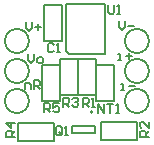
<source format=gto>
G04*
G04 #@! TF.GenerationSoftware,Altium Limited,Altium Designer,20.2.6 (244)*
G04*
G04 Layer_Color=65535*
%FSLAX25Y25*%
%MOIN*%
G70*
G04*
G04 #@! TF.SameCoordinates,57C3D2B1-0C05-4810-AB6C-AC3BEF56B978*
G04*
G04*
G04 #@! TF.FilePolarity,Positive*
G04*
G01*
G75*
%ADD10C,0.00800*%
%ADD11C,0.00500*%
%ADD12C,0.00600*%
D10*
X697760Y867326D02*
G03*
X697760Y867326I-4000J0D01*
G01*
X719013Y853688D02*
G03*
X719013Y853688I-300J0D01*
G01*
X737760Y877326D02*
G03*
X737760Y877326I-4000J0D01*
G01*
X697760D02*
G03*
X697760Y877326I-4000J0D01*
G01*
Y857326D02*
G03*
X697760Y857326I-4000J0D01*
G01*
X737760Y867326D02*
G03*
X737760Y867326I-4000J0D01*
G01*
Y857326D02*
G03*
X737760Y857326I-4000J0D01*
G01*
D11*
X719697Y846601D02*
Y848964D01*
X712020Y846601D02*
X719697D01*
X712020D02*
Y848964D01*
X719697D01*
X723260Y872926D02*
Y889726D01*
X710260D02*
X723260D01*
X710260Y873826D02*
Y889726D01*
Y873826D02*
X711160Y872926D01*
X723260D01*
X697475Y872964D02*
Y870965D01*
X698474Y869965D01*
X699474Y870965D01*
Y872964D01*
X700973Y869965D02*
X701973D01*
X702473Y870465D01*
Y871465D01*
X701973Y871965D01*
X700973D01*
X700474Y871465D01*
Y870465D01*
X700973Y869965D01*
X708760Y846409D02*
Y848409D01*
X708260Y848909D01*
X707261D01*
X706761Y848409D01*
Y846409D01*
X707261Y845910D01*
X708260D01*
X707760Y846909D02*
X708760Y845910D01*
X708260D02*
X708760Y846409D01*
X709760Y845910D02*
X710759D01*
X710259D01*
Y848909D01*
X709760Y848409D01*
X724260Y889325D02*
Y886826D01*
X724759Y886326D01*
X725759D01*
X726259Y886826D01*
Y889325D01*
X727258Y886326D02*
X728258D01*
X727758D01*
Y889325D01*
X727258Y888825D01*
X737772Y845418D02*
X734773D01*
Y846918D01*
X735273Y847418D01*
X736272D01*
X736772Y846918D01*
Y845418D01*
Y846418D02*
X737772Y847418D01*
Y850416D02*
Y848417D01*
X735773Y850416D01*
X735273D01*
X734773Y849917D01*
Y848917D01*
X735273Y848417D01*
X720825Y853313D02*
Y856312D01*
X722824Y853313D01*
Y856312D01*
X723824D02*
X725823D01*
X724823D01*
Y853313D01*
X726823D02*
X727822D01*
X727322D01*
Y856312D01*
X726823Y855813D01*
X706056Y876106D02*
X705557Y876606D01*
X704557D01*
X704057Y876106D01*
Y874107D01*
X704557Y873607D01*
X705557D01*
X706056Y874107D01*
X707056Y873607D02*
X708056D01*
X707556D01*
Y876606D01*
X707056Y876106D01*
X709265Y855341D02*
Y858340D01*
X710764D01*
X711264Y857840D01*
Y856840D01*
X710764Y856340D01*
X709265D01*
X710264D02*
X711264Y855341D01*
X712264Y857840D02*
X712763Y858340D01*
X713763D01*
X714263Y857840D01*
Y857340D01*
X713763Y856840D01*
X713263D01*
X713763D01*
X714263Y856340D01*
Y855841D01*
X713763Y855341D01*
X712763D01*
X712264Y855841D01*
X715709Y855340D02*
Y858339D01*
X717208D01*
X717708Y857839D01*
Y856839D01*
X717208Y856339D01*
X715709D01*
X716708D02*
X717708Y855340D01*
X718708D02*
X719707D01*
X719208D01*
Y858339D01*
X718708Y857839D01*
X693139Y845436D02*
X690140D01*
Y846935D01*
X690640Y847435D01*
X691640D01*
X692140Y846935D01*
Y845436D01*
Y846435D02*
X693139Y847435D01*
Y849934D02*
X690140D01*
X691640Y848435D01*
Y850434D01*
X702948Y853480D02*
Y856479D01*
X704448D01*
X704947Y855979D01*
Y854980D01*
X704448Y854480D01*
X702948D01*
X703948D02*
X704947Y853480D01*
X707946Y856479D02*
X705947D01*
Y854980D01*
X706947Y855480D01*
X707446D01*
X707946Y854980D01*
Y853980D01*
X707446Y853480D01*
X706447D01*
X705947Y853980D01*
X727852Y883970D02*
Y881971D01*
X728852Y880971D01*
X729852Y881971D01*
Y883970D01*
X730852Y882471D02*
X732851D01*
X696835Y883591D02*
Y881591D01*
X697835Y880592D01*
X698834Y881591D01*
Y883591D01*
X699834Y882091D02*
X701833D01*
X700834Y883091D02*
Y881091D01*
X696463Y861295D02*
Y863294D01*
X697963D01*
X698462Y862794D01*
Y861295D01*
X699462D02*
Y864294D01*
X700962D01*
X701462Y863794D01*
Y862794D01*
X700962Y862294D01*
X699462D01*
X700462D02*
X701462Y861295D01*
X727511Y870826D02*
X728510D01*
X728011D01*
Y872826D01*
X727511D01*
X730010Y872326D02*
X732009D01*
X731010Y873325D02*
Y871326D01*
X728511Y860826D02*
X729510D01*
X729011D01*
Y862826D01*
X728511D01*
X731010Y862326D02*
X733009D01*
D12*
X733760Y844409D02*
Y850409D01*
X721760Y844409D02*
X733760D01*
X721760D02*
Y850409D01*
X733760D01*
X720260Y857326D02*
Y869326D01*
Y857326D02*
X726260D01*
Y869326D01*
X720260D02*
X726260D01*
X702760Y877326D02*
Y889326D01*
Y877326D02*
X708760D01*
Y889326D01*
X702760D02*
X708760D01*
X708160Y859326D02*
X714160D01*
X708160D02*
Y871326D01*
X714160D01*
Y859326D02*
Y871326D01*
X714259Y859326D02*
X720259D01*
X714259D02*
Y871326D01*
X720259D01*
Y859326D02*
Y871326D01*
X706006Y844102D02*
Y850102D01*
X694006Y844102D02*
X706006D01*
X694006D02*
Y850102D01*
X706006D01*
X702228Y869362D02*
X708228D01*
Y857362D02*
Y869362D01*
X702228Y857362D02*
X708228D01*
X702228D02*
Y869362D01*
M02*

</source>
